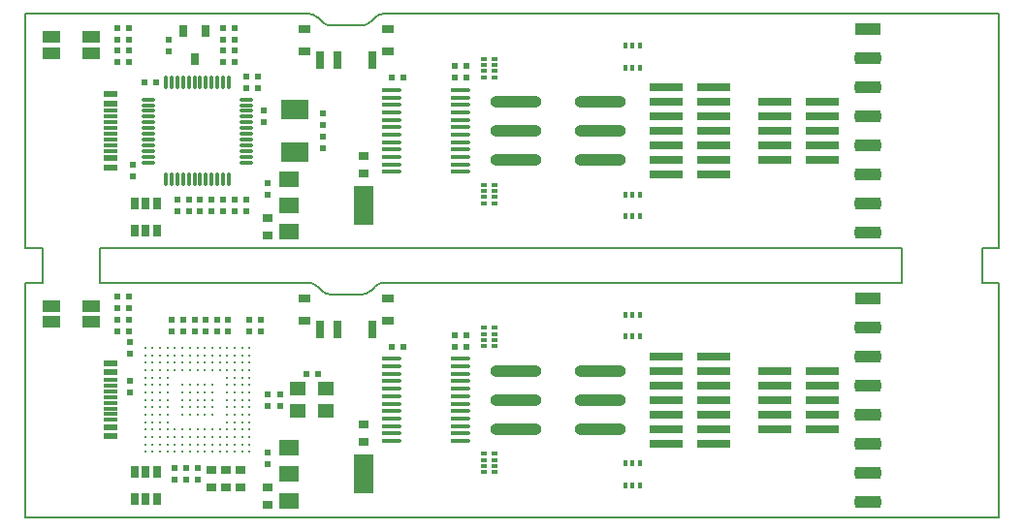
<source format=gtp>
G04*
G04 #@! TF.GenerationSoftware,Altium Limited,Altium Designer,20.0.7 (75)*
G04*
G04 Layer_Color=8421504*
%FSLAX44Y44*%
%MOMM*%
G71*
G01*
G75*
%ADD14C,0.2032*%
%ADD23R,1.2500X0.6000*%
%ADD24R,1.2500X0.3000*%
%ADD25O,1.2700X0.2800*%
%ADD26O,0.2800X1.2700*%
%ADD27R,0.5080X0.6096*%
%ADD28R,0.6096X0.5080*%
%ADD29R,0.5000X0.3200*%
%ADD30R,0.5000X0.4000*%
%ADD31R,2.4000X1.7000*%
%ADD32R,0.7000X1.0000*%
%ADD33R,0.8890X0.6350*%
%ADD34O,4.5000X1.0000*%
%ADD35R,3.0000X0.8000*%
G04:AMPARAMS|DCode=36|XSize=2.3mm|YSize=1.1mm|CornerRadius=0.275mm|HoleSize=0mm|Usage=FLASHONLY|Rotation=0.000|XOffset=0mm|YOffset=0mm|HoleType=Round|Shape=RoundedRectangle|*
%AMROUNDEDRECTD36*
21,1,2.3000,0.5500,0,0,0.0*
21,1,1.7500,1.1000,0,0,0.0*
1,1,0.5500,0.8750,-0.2750*
1,1,0.5500,-0.8750,-0.2750*
1,1,0.5500,-0.8750,0.2750*
1,1,0.5500,0.8750,0.2750*
%
%ADD36ROUNDEDRECTD36*%
%ADD37R,2.3000X1.1000*%
%ADD38R,0.4000X0.6000*%
%ADD39R,1.7000X1.4000*%
%ADD40R,1.8000X3.5000*%
%ADD41O,1.7000X0.4000*%
%ADD42R,1.0000X0.8000*%
%ADD43R,0.7000X1.5000*%
%ADD44R,1.5000X1.0000*%
%ADD45R,1.4000X1.2000*%
%ADD46C,0.2500*%
D14*
X-166535Y-21964D02*
G03*
X-158000Y-25500I8536J8536D01*
G01*
X-169965Y-18535D02*
G03*
X-178500Y-15000I-8536J-8536D01*
G01*
X-169965Y-18536D02*
G03*
X-169965Y-18535I0J0D01*
G01*
X-169964Y-18536D02*
G03*
X-169964Y-18536I0J0D01*
G01*
X-166535Y-21965D02*
G03*
X-166536Y-21964I0J0D01*
G01*
X-111500Y-15000D02*
G03*
X-120035Y-18535I0J-12071D01*
G01*
X-132000Y-25500D02*
G03*
X-123464Y-21964I0J12071D01*
G01*
X-132000Y209500D02*
G03*
X-123464Y213036I0J12071D01*
G01*
X-111500Y220000D02*
G03*
X-120035Y216465I0J-12071D01*
G01*
X-166535Y213035D02*
G03*
X-166536Y213036I0J0D01*
G01*
X-169964Y216464D02*
G03*
X-169964Y216464I0J0D01*
G01*
X-169965Y216464D02*
G03*
X-169965Y216465I0J0D01*
G01*
X-169965D02*
G03*
X-178500Y220000I-8536J-8536D01*
G01*
X-166535Y213036D02*
G03*
X-158000Y209500I8536J8536D01*
G01*
X425000Y15000D02*
Y220000D01*
X410000Y15000D02*
X425000D01*
X410000Y-15000D02*
X425000D01*
X410000D02*
Y15000D01*
X-111500Y-15000D02*
X340000D01*
X-425000Y-220000D02*
Y-15000D01*
X-360000D02*
X-178500D01*
X-169964Y-18536D02*
X-166536Y-21964D01*
X-123464D02*
X-120036Y-18536D01*
X-145000Y-25500D02*
X-132000D01*
X-158000D02*
X-145000D01*
X-111500Y220000D02*
X425000Y220000D01*
X-425000Y-15000D02*
X-410000D01*
X-360000Y15000D02*
X340000D01*
X-425000D02*
X-410000D01*
X340000Y-15000D02*
Y15000D01*
X-360000Y-15000D02*
Y15000D01*
X-410000Y-15000D02*
X-410000Y15000D01*
X-158000Y209500D02*
X-145000D01*
X-132000D01*
X-425000Y220000D02*
X-178500D01*
X-123464Y213036D02*
X-120036Y216464D01*
X-169964D02*
X-166536Y213036D01*
X-425000Y15000D02*
Y220000D01*
X425000Y-220000D02*
Y-15000D01*
X-425000Y-220000D02*
X425000D01*
D23*
X-350500Y85500D02*
D03*
Y93500D02*
D03*
Y141500D02*
D03*
Y149500D02*
D03*
Y-85500D02*
D03*
Y-93500D02*
D03*
Y-141500D02*
D03*
Y-149500D02*
D03*
D24*
Y100000D02*
D03*
Y105000D02*
D03*
Y110000D02*
D03*
Y115000D02*
D03*
Y120000D02*
D03*
Y125000D02*
D03*
Y130000D02*
D03*
Y135000D02*
D03*
Y-100000D02*
D03*
Y-105000D02*
D03*
Y-110000D02*
D03*
Y-115000D02*
D03*
Y-120000D02*
D03*
Y-125000D02*
D03*
Y-130000D02*
D03*
Y-135000D02*
D03*
D25*
X-232500Y95000D02*
D03*
Y100000D02*
D03*
Y105000D02*
D03*
Y110000D02*
D03*
Y115000D02*
D03*
Y120000D02*
D03*
Y125000D02*
D03*
Y130000D02*
D03*
Y135000D02*
D03*
Y140000D02*
D03*
Y145000D02*
D03*
X-317500Y90000D02*
D03*
Y95000D02*
D03*
Y100000D02*
D03*
Y105000D02*
D03*
Y110000D02*
D03*
Y115000D02*
D03*
Y120000D02*
D03*
Y125000D02*
D03*
Y130000D02*
D03*
Y135000D02*
D03*
Y140000D02*
D03*
Y145000D02*
D03*
X-232500Y90000D02*
D03*
D26*
X-247500Y75000D02*
D03*
Y160000D02*
D03*
X-252500Y75000D02*
D03*
X-257500D02*
D03*
X-262500D02*
D03*
X-267500D02*
D03*
X-272500D02*
D03*
X-277500D02*
D03*
X-282500D02*
D03*
X-287500D02*
D03*
X-292500D02*
D03*
X-297500D02*
D03*
X-302500D02*
D03*
X-252500Y160000D02*
D03*
X-257500D02*
D03*
X-262500D02*
D03*
X-267500D02*
D03*
X-272500D02*
D03*
X-277500D02*
D03*
X-282500D02*
D03*
X-287500D02*
D03*
X-292500D02*
D03*
X-297500D02*
D03*
X-302500D02*
D03*
D27*
X-345080Y207500D02*
D03*
X-334920D02*
D03*
X-345080Y197500D02*
D03*
X-334920D02*
D03*
X-252580Y177500D02*
D03*
X-242420D02*
D03*
X-345080D02*
D03*
X-334920D02*
D03*
X-345080Y187500D02*
D03*
X-334920D02*
D03*
X-252579Y197500D02*
D03*
X-242419D02*
D03*
Y187500D02*
D03*
X-252579D02*
D03*
X-242419Y207500D02*
D03*
X-252579D02*
D03*
X-50080Y174000D02*
D03*
X-39920D02*
D03*
X-232580Y155000D02*
D03*
X-222420D02*
D03*
Y165000D02*
D03*
X-232580D02*
D03*
X-311296Y160172D02*
D03*
X-321456D02*
D03*
X-50080Y164000D02*
D03*
X-39920D02*
D03*
X-105080D02*
D03*
X-94920D02*
D03*
X-345080Y-47500D02*
D03*
X-334920D02*
D03*
X-345080Y-57500D02*
D03*
X-334920D02*
D03*
X-345080Y-37500D02*
D03*
X-334920D02*
D03*
X-345080Y-27500D02*
D03*
X-334920D02*
D03*
X-39920Y-61000D02*
D03*
X-50080D02*
D03*
X-39920Y-71000D02*
D03*
X-50080D02*
D03*
X-94920D02*
D03*
X-105080D02*
D03*
X-230080Y-47500D02*
D03*
X-219920D02*
D03*
Y-57500D02*
D03*
X-230080D02*
D03*
X-180080Y-95000D02*
D03*
X-169920D02*
D03*
D28*
X-232500Y57580D02*
D03*
Y47420D02*
D03*
X-242500Y57580D02*
D03*
Y47420D02*
D03*
X-262500Y57580D02*
D03*
Y47420D02*
D03*
X-300000Y197580D02*
D03*
Y187420D02*
D03*
X-282500Y47420D02*
D03*
Y57580D02*
D03*
X-213760Y61620D02*
D03*
Y71780D02*
D03*
X-165000Y122420D02*
D03*
Y132580D02*
D03*
Y112580D02*
D03*
Y102420D02*
D03*
X-272500Y57580D02*
D03*
Y47420D02*
D03*
X-292500D02*
D03*
Y57580D02*
D03*
X-217316Y135280D02*
D03*
Y125120D02*
D03*
X-252500Y57580D02*
D03*
Y47420D02*
D03*
X-331108Y77876D02*
D03*
Y88036D02*
D03*
X-213760Y-173380D02*
D03*
Y-163220D02*
D03*
X-295000Y-177420D02*
D03*
Y-187580D02*
D03*
X-248050Y-47650D02*
D03*
Y-57810D02*
D03*
X-202500Y-112420D02*
D03*
Y-122580D02*
D03*
X-213760Y-112420D02*
D03*
Y-122580D02*
D03*
X-333920Y-100670D02*
D03*
Y-110830D02*
D03*
X-257500Y-47420D02*
D03*
Y-57580D02*
D03*
X-285000Y-187580D02*
D03*
Y-177420D02*
D03*
X-267500Y-47420D02*
D03*
Y-57580D02*
D03*
X-277500Y-47420D02*
D03*
Y-57580D02*
D03*
X-287500Y-47420D02*
D03*
Y-57580D02*
D03*
X-297500Y-47420D02*
D03*
Y-57580D02*
D03*
X-333920Y-76830D02*
D03*
Y-66670D02*
D03*
X-275000Y-187580D02*
D03*
Y-177420D02*
D03*
D29*
X-15500Y60000D02*
D03*
Y65000D02*
D03*
X-24500D02*
D03*
Y60000D02*
D03*
X-15500Y170000D02*
D03*
Y175000D02*
D03*
X-24500D02*
D03*
Y170000D02*
D03*
X-15500Y-65000D02*
D03*
Y-60000D02*
D03*
X-24500D02*
D03*
Y-65000D02*
D03*
X-15500Y-175000D02*
D03*
Y-170000D02*
D03*
X-24500D02*
D03*
Y-175000D02*
D03*
D30*
Y70498D02*
D03*
X-15500D02*
D03*
X-24500Y54500D02*
D03*
X-15500D02*
D03*
X-24500Y180499D02*
D03*
X-15500D02*
D03*
X-24500Y164500D02*
D03*
X-15500D02*
D03*
X-24500Y-54502D02*
D03*
X-15500D02*
D03*
X-24500Y-70500D02*
D03*
X-15500D02*
D03*
X-24500Y-164501D02*
D03*
X-15500D02*
D03*
X-24500Y-180500D02*
D03*
X-15500D02*
D03*
D31*
X-190000Y99000D02*
D03*
Y136000D02*
D03*
D32*
X-277500Y180500D02*
D03*
X-268000Y204500D02*
D03*
X-287000D02*
D03*
X-320000Y54500D02*
D03*
X-329500Y30500D02*
D03*
X-320000D02*
D03*
X-310500D02*
D03*
Y54500D02*
D03*
X-329500D02*
D03*
Y-180500D02*
D03*
X-310500D02*
D03*
Y-204500D02*
D03*
X-320000D02*
D03*
X-329500D02*
D03*
X-320000Y-180500D02*
D03*
D33*
X-129940Y95910D02*
D03*
Y80670D02*
D03*
X-213760Y41300D02*
D03*
Y26060D02*
D03*
Y-193700D02*
D03*
Y-208940D02*
D03*
X-129940Y-139090D02*
D03*
Y-154330D02*
D03*
X-237500Y-178380D02*
D03*
Y-193620D02*
D03*
X-250000Y-178380D02*
D03*
Y-193620D02*
D03*
X-262500Y-178380D02*
D03*
Y-193620D02*
D03*
D34*
X3170Y92100D02*
D03*
Y117500D02*
D03*
Y142900D02*
D03*
X76830D02*
D03*
Y117500D02*
D03*
Y92100D02*
D03*
Y-142900D02*
D03*
Y-117500D02*
D03*
Y-92100D02*
D03*
X3170D02*
D03*
Y-117500D02*
D03*
Y-142900D02*
D03*
D35*
X229000Y142900D02*
D03*
X271000D02*
D03*
X229000Y130200D02*
D03*
X271000D02*
D03*
X229000Y117500D02*
D03*
X271000D02*
D03*
X229000Y104800D02*
D03*
X271000D02*
D03*
X229000Y92100D02*
D03*
X271000D02*
D03*
X176000Y79400D02*
D03*
X134000D02*
D03*
X176000Y92100D02*
D03*
X134000D02*
D03*
X176000Y104800D02*
D03*
X134000D02*
D03*
X176000Y117500D02*
D03*
X134000D02*
D03*
X176000Y130200D02*
D03*
X134000D02*
D03*
Y155600D02*
D03*
X176000D02*
D03*
X134000Y142900D02*
D03*
X176000D02*
D03*
X271000Y-142900D02*
D03*
X229000D02*
D03*
X271000Y-130200D02*
D03*
X229000D02*
D03*
X271000Y-117500D02*
D03*
X229000D02*
D03*
X271000Y-104800D02*
D03*
X229000D02*
D03*
X271000Y-92100D02*
D03*
X229000D02*
D03*
X176000D02*
D03*
X134000D02*
D03*
X176000Y-79400D02*
D03*
X134000D02*
D03*
Y-104800D02*
D03*
X176000D02*
D03*
X134000Y-117500D02*
D03*
X176000D02*
D03*
X134000Y-130200D02*
D03*
X176000D02*
D03*
X134000Y-142900D02*
D03*
X176000D02*
D03*
X134000Y-155600D02*
D03*
X176000D02*
D03*
D36*
X310700Y28600D02*
D03*
Y54000D02*
D03*
Y79400D02*
D03*
Y104800D02*
D03*
Y130200D02*
D03*
Y155600D02*
D03*
Y181000D02*
D03*
Y-54000D02*
D03*
Y-79400D02*
D03*
Y-104800D02*
D03*
Y-130200D02*
D03*
Y-155600D02*
D03*
Y-181000D02*
D03*
Y-206400D02*
D03*
D37*
Y206400D02*
D03*
Y-28600D02*
D03*
D38*
X111500Y173000D02*
D03*
X98500D02*
D03*
X104999Y192000D02*
D03*
X111500D02*
D03*
X98500D02*
D03*
X105001Y173000D02*
D03*
X111500Y43000D02*
D03*
X98500D02*
D03*
X104999Y62000D02*
D03*
X111500D02*
D03*
X98500D02*
D03*
X105001Y43000D02*
D03*
Y-192000D02*
D03*
X98500Y-173000D02*
D03*
X111500D02*
D03*
X104999D02*
D03*
X98500Y-192000D02*
D03*
X111500D02*
D03*
X105001Y-62000D02*
D03*
X98500Y-43000D02*
D03*
X111500D02*
D03*
X104999D02*
D03*
X98500Y-62000D02*
D03*
X111500D02*
D03*
D39*
X-195000Y75500D02*
D03*
Y52500D02*
D03*
Y29500D02*
D03*
Y-205500D02*
D03*
Y-182500D02*
D03*
Y-159500D02*
D03*
D40*
X-130000Y52500D02*
D03*
Y-182500D02*
D03*
D41*
X-45000Y81750D02*
D03*
Y88250D02*
D03*
X-105000Y81750D02*
D03*
Y88250D02*
D03*
X-45000Y107750D02*
D03*
Y114250D02*
D03*
Y120750D02*
D03*
Y127250D02*
D03*
Y133750D02*
D03*
Y140250D02*
D03*
Y146750D02*
D03*
Y153250D02*
D03*
X-105000Y107750D02*
D03*
Y114250D02*
D03*
Y120750D02*
D03*
Y127250D02*
D03*
Y133750D02*
D03*
Y140250D02*
D03*
Y146750D02*
D03*
Y153250D02*
D03*
Y101250D02*
D03*
X-45000D02*
D03*
Y94750D02*
D03*
X-105000D02*
D03*
Y-140250D02*
D03*
X-45000D02*
D03*
Y-133750D02*
D03*
X-105000D02*
D03*
Y-81750D02*
D03*
Y-88250D02*
D03*
Y-94750D02*
D03*
Y-101250D02*
D03*
Y-107750D02*
D03*
Y-114250D02*
D03*
Y-120750D02*
D03*
Y-127250D02*
D03*
X-45000Y-81750D02*
D03*
Y-88250D02*
D03*
Y-94750D02*
D03*
Y-101250D02*
D03*
Y-107750D02*
D03*
Y-114250D02*
D03*
Y-120750D02*
D03*
Y-127250D02*
D03*
X-105000Y-146750D02*
D03*
Y-153250D02*
D03*
X-45000Y-146750D02*
D03*
Y-153250D02*
D03*
D42*
X-181500Y206150D02*
D03*
X-108500D02*
D03*
Y186850D02*
D03*
X-181500D02*
D03*
Y-48150D02*
D03*
X-108500D02*
D03*
Y-28850D02*
D03*
X-181500D02*
D03*
D43*
X-122500Y179000D02*
D03*
X-152500D02*
D03*
X-167500D02*
D03*
Y-56000D02*
D03*
X-152500D02*
D03*
X-122500D02*
D03*
D44*
X-367500Y199500D02*
D03*
Y185500D02*
D03*
X-402500D02*
D03*
Y199500D02*
D03*
Y-35500D02*
D03*
Y-49500D02*
D03*
X-367500D02*
D03*
Y-35500D02*
D03*
D45*
X-187000Y-108000D02*
D03*
Y-127000D02*
D03*
X-163000Y-108000D02*
D03*
Y-127000D02*
D03*
D46*
X-229500Y-72000D02*
D03*
Y-78500D02*
D03*
Y-85000D02*
D03*
Y-91500D02*
D03*
Y-98000D02*
D03*
Y-104500D02*
D03*
Y-111000D02*
D03*
Y-117500D02*
D03*
Y-124000D02*
D03*
Y-130500D02*
D03*
Y-137000D02*
D03*
Y-143500D02*
D03*
Y-150000D02*
D03*
Y-156500D02*
D03*
Y-163000D02*
D03*
X-236000Y-72000D02*
D03*
Y-78500D02*
D03*
Y-85000D02*
D03*
Y-91500D02*
D03*
Y-98000D02*
D03*
Y-104500D02*
D03*
Y-111000D02*
D03*
Y-117500D02*
D03*
Y-124000D02*
D03*
Y-130500D02*
D03*
Y-137000D02*
D03*
Y-143500D02*
D03*
Y-150000D02*
D03*
Y-156500D02*
D03*
Y-163000D02*
D03*
X-242500Y-72000D02*
D03*
Y-78500D02*
D03*
Y-85000D02*
D03*
Y-91500D02*
D03*
Y-98000D02*
D03*
Y-104500D02*
D03*
Y-111000D02*
D03*
Y-117500D02*
D03*
Y-124000D02*
D03*
Y-130500D02*
D03*
Y-137000D02*
D03*
Y-143500D02*
D03*
Y-150000D02*
D03*
Y-156500D02*
D03*
Y-163000D02*
D03*
X-249000Y-72000D02*
D03*
Y-78500D02*
D03*
Y-85000D02*
D03*
Y-91500D02*
D03*
Y-98000D02*
D03*
Y-104500D02*
D03*
Y-111000D02*
D03*
Y-117500D02*
D03*
Y-124000D02*
D03*
Y-130500D02*
D03*
Y-137000D02*
D03*
Y-143500D02*
D03*
Y-150000D02*
D03*
Y-156500D02*
D03*
Y-163000D02*
D03*
X-255500Y-72000D02*
D03*
Y-78500D02*
D03*
Y-85000D02*
D03*
Y-91500D02*
D03*
Y-143500D02*
D03*
Y-150000D02*
D03*
Y-156500D02*
D03*
Y-163000D02*
D03*
X-262000Y-72000D02*
D03*
Y-78500D02*
D03*
Y-85000D02*
D03*
Y-91500D02*
D03*
Y-104500D02*
D03*
Y-111000D02*
D03*
Y-117500D02*
D03*
Y-124000D02*
D03*
Y-130500D02*
D03*
Y-143500D02*
D03*
Y-150000D02*
D03*
Y-156500D02*
D03*
Y-163000D02*
D03*
X-268500Y-72000D02*
D03*
Y-78500D02*
D03*
Y-85000D02*
D03*
Y-91500D02*
D03*
Y-104500D02*
D03*
Y-111000D02*
D03*
Y-117500D02*
D03*
Y-124000D02*
D03*
Y-130500D02*
D03*
Y-143500D02*
D03*
Y-150000D02*
D03*
Y-156500D02*
D03*
Y-163000D02*
D03*
X-275000Y-72000D02*
D03*
Y-78500D02*
D03*
Y-85000D02*
D03*
Y-91500D02*
D03*
Y-104500D02*
D03*
Y-111000D02*
D03*
Y-117500D02*
D03*
Y-124000D02*
D03*
Y-130500D02*
D03*
Y-143500D02*
D03*
Y-150000D02*
D03*
Y-156500D02*
D03*
Y-163000D02*
D03*
X-281500Y-72000D02*
D03*
Y-78500D02*
D03*
Y-85000D02*
D03*
Y-91500D02*
D03*
Y-104500D02*
D03*
Y-111000D02*
D03*
Y-117500D02*
D03*
Y-124000D02*
D03*
Y-130500D02*
D03*
Y-143500D02*
D03*
Y-150000D02*
D03*
Y-156500D02*
D03*
Y-163000D02*
D03*
X-288000Y-72000D02*
D03*
Y-78500D02*
D03*
Y-85000D02*
D03*
Y-91500D02*
D03*
Y-104500D02*
D03*
Y-111000D02*
D03*
Y-117500D02*
D03*
Y-124000D02*
D03*
Y-130500D02*
D03*
Y-143500D02*
D03*
Y-150000D02*
D03*
Y-156500D02*
D03*
Y-163000D02*
D03*
X-294500Y-72000D02*
D03*
Y-78500D02*
D03*
Y-85000D02*
D03*
Y-91500D02*
D03*
Y-143500D02*
D03*
Y-150000D02*
D03*
Y-156500D02*
D03*
Y-163000D02*
D03*
X-301000Y-72000D02*
D03*
Y-78500D02*
D03*
Y-85000D02*
D03*
Y-91500D02*
D03*
Y-98000D02*
D03*
Y-104500D02*
D03*
Y-111000D02*
D03*
Y-117500D02*
D03*
Y-124000D02*
D03*
Y-130500D02*
D03*
Y-137000D02*
D03*
Y-143500D02*
D03*
Y-150000D02*
D03*
Y-156500D02*
D03*
Y-163000D02*
D03*
X-307500Y-72000D02*
D03*
Y-78500D02*
D03*
Y-85000D02*
D03*
Y-91500D02*
D03*
Y-98000D02*
D03*
Y-104500D02*
D03*
Y-111000D02*
D03*
Y-117500D02*
D03*
Y-124000D02*
D03*
Y-130500D02*
D03*
Y-137000D02*
D03*
Y-143500D02*
D03*
Y-150000D02*
D03*
Y-156500D02*
D03*
Y-163000D02*
D03*
X-314000Y-72000D02*
D03*
Y-78500D02*
D03*
Y-85000D02*
D03*
Y-91500D02*
D03*
Y-98000D02*
D03*
Y-104500D02*
D03*
Y-111000D02*
D03*
Y-117500D02*
D03*
Y-124000D02*
D03*
Y-130500D02*
D03*
Y-137000D02*
D03*
Y-143500D02*
D03*
Y-150000D02*
D03*
Y-156500D02*
D03*
Y-163000D02*
D03*
X-320500Y-72000D02*
D03*
Y-78500D02*
D03*
Y-85000D02*
D03*
Y-91500D02*
D03*
Y-98000D02*
D03*
Y-104500D02*
D03*
Y-111000D02*
D03*
Y-117500D02*
D03*
Y-124000D02*
D03*
Y-130500D02*
D03*
Y-137000D02*
D03*
Y-143500D02*
D03*
Y-150000D02*
D03*
Y-156500D02*
D03*
Y-163000D02*
D03*
M02*

</source>
